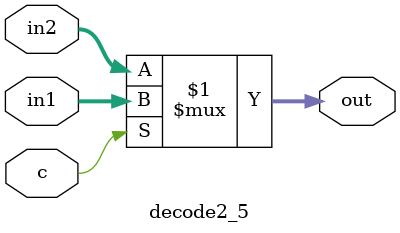
<source format=v>
`timescale 1ns / 1ps

module decode2_5(in1,in2,c,out
    );
	input wire [4:0] in1,in2;
	input wire c;
	output wire [4:0] out;
	
	assign out=c?in1:in2;

endmodule

</source>
